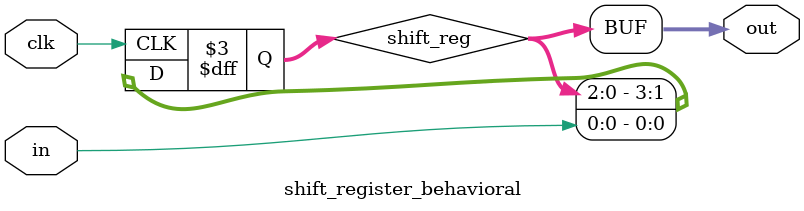
<source format=v>
module shift_register_behavioral (
    input in,
    input clk,
    output [3:0] out
);
    reg [3:0] shift_reg;

    always @(posedge clk) begin
        shift_reg = shift_reg << 1;
        shift_reg[0]= in;        	
    end
    
    assign out = shift_reg; // TODO
endmodule

</source>
